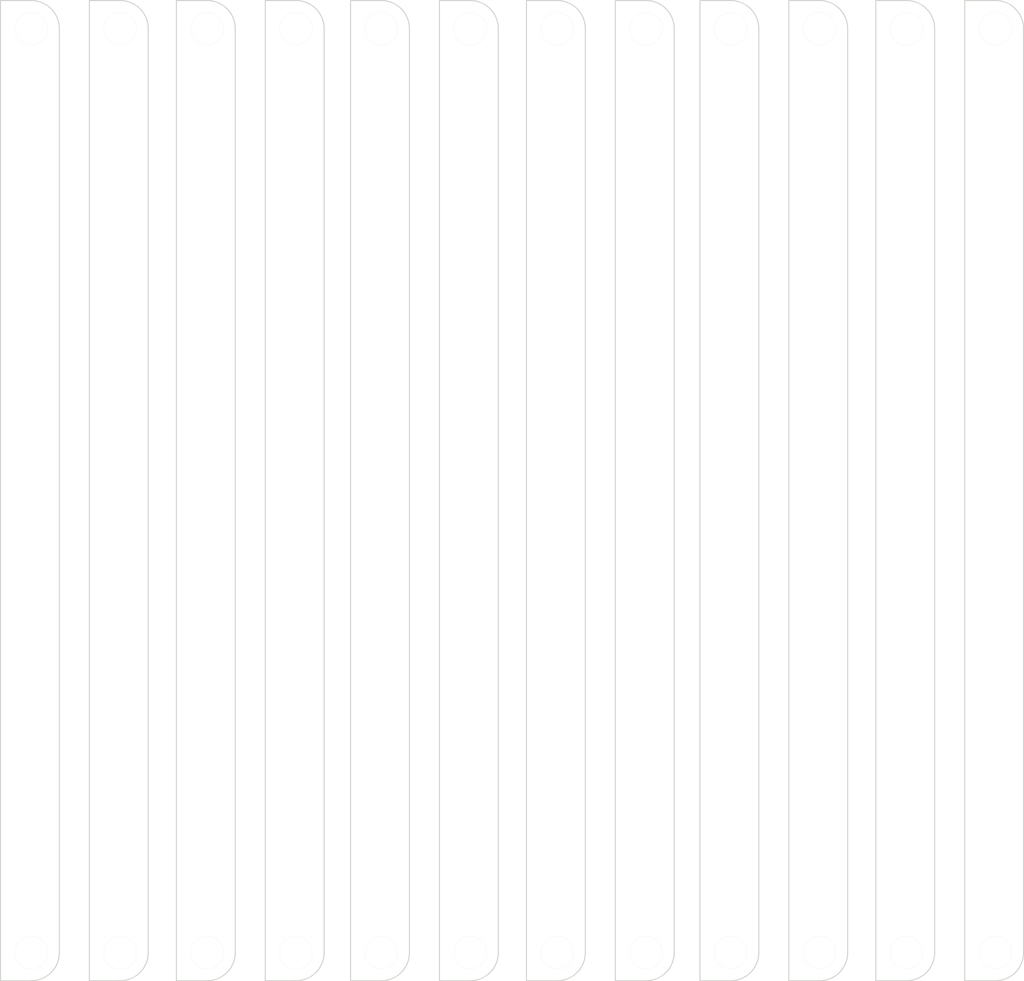
<source format=kicad_pcb>
(kicad_pcb (version 20221018) (generator pcbnew)
  (layers (0 "F.Cu" signal) (31 "B.Cu" signal) (34 "B.Paste" user) (35 "F.Paste" user) (36 "B.SilkS" user "B.Silkscreen") (37 "F.SilkS" user "F.Silkscreen") (38 "B.Mask" user) (39 "F.Mask" user) (44 "Edge.Cuts" user))
  (net 0 "")
  (footprint "kbd_Hole:m3_Screw_Hole_EdgeCuts" (layer "F.Cu") (at 317.825 21.55)
    (fp_text reference "J5" hide)
    (fp_text value "Conn_01x01" hide)
    (fp_circle (center 0 0) (end 1.6 0) (stroke (width 0.01)) (fill none) (layer "Edge.Cuts"))
  )
  (footprint "kbd_Hole:m3_Screw_Hole_EdgeCuts" (layer "F.Cu") (at 317.825 111.8)
    (fp_text reference "J7" hide)
    (fp_text value "Conn_01x01" hide)
    (fp_circle (center 0 0) (end 1.6 0) (stroke (width 0.01)) (fill none) (layer "Edge.Cuts"))
  )
  (footprint "kbd_Hole:m3_Screw_Hole_EdgeCuts" (layer "F.Cu") (at 300.64375 21.55)
    (fp_text reference "J5" hide)
    (fp_text value "Conn_01x01" hide)
    (fp_circle (center 0 0) (end 1.6 0) (stroke (width 0.01)) (fill none) (layer "Edge.Cuts"))
  )
  (footprint "kbd_Hole:m3_Screw_Hole_EdgeCuts" (layer "F.Cu") (at 232.325 21.55)
    (fp_text reference "J5" hide)
    (fp_text value "Conn_01x01" hide)
    (fp_circle (center 0 0) (end 1.6 0) (stroke (width 0.01)) (fill none) (layer "Edge.Cuts"))
  )
  (footprint "kbd_Hole:m3_Screw_Hole_EdgeCuts" (layer "F.Cu") (at 283.700794 111.8)
    (fp_text reference "J7" hide)
    (fp_text value "Conn_01x01" hide)
    (fp_circle (center 0 0) (end 1.6 0) (stroke (width 0.01)) (fill none) (layer "Edge.Cuts"))
  )
  (footprint "kbd_Hole:m3_Screw_Hole_EdgeCuts" (layer "F.Cu") (at 240.825 21.55)
    (fp_text reference "J5" hide)
    (fp_text value "Conn_01x01" hide)
    (fp_circle (center 0 0) (end 1.6 0) (stroke (width 0.01)) (fill none) (layer "Edge.Cuts"))
  )
  (footprint "kbd_Hole:m3_Screw_Hole_EdgeCuts" (layer "F.Cu") (at 240.825 111.8)
    (fp_text reference "J7" hide)
    (fp_text value "Conn_01x01" hide)
    (fp_circle (center 0 0) (end 1.6 0) (stroke (width 0.01)) (fill none) (layer "Edge.Cuts"))
  )
  (footprint "kbd_Hole:m3_Screw_Hole_EdgeCuts" (layer "F.Cu") (at 223.64375 111.8)
    (fp_text reference "J7" hide)
    (fp_text value "Conn_01x01" hide)
    (fp_circle (center 0 0) (end 1.6 0) (stroke (width 0.01)) (fill none) (layer "Edge.Cuts"))
  )
  (footprint "kbd_Hole:m3_Screw_Hole_EdgeCuts" (layer "F.Cu") (at 266.519544 21.55)
    (fp_text reference "J5" hide)
    (fp_text value "Conn_01x01" hide)
    (fp_circle (center 0 0) (end 1.6 0) (stroke (width 0.01)) (fill none) (layer "Edge.Cuts"))
  )
  (footprint "kbd_Hole:m3_Screw_Hole_EdgeCuts" (layer "F.Cu") (at 223.64375 21.55)
    (fp_text reference "J5" hide)
    (fp_text value "Conn_01x01" hide)
    (fp_circle (center 0 0) (end 1.6 0) (stroke (width 0.01)) (fill none) (layer "Edge.Cuts"))
  )
  (footprint "kbd_Hole:m3_Screw_Hole_EdgeCuts" (layer "F.Cu") (at 249.50625 21.55)
    (fp_text reference "J5" hide)
    (fp_text value "Conn_01x01" hide)
    (fp_circle (center 0 0) (end 1.6 0) (stroke (width 0.01)) (fill none) (layer "Edge.Cuts"))
  )
  (footprint "kbd_Hole:m3_Screw_Hole_EdgeCuts" (layer "F.Cu") (at 283.700794 21.55)
    (fp_text reference "J5" hide)
    (fp_text value "Conn_01x01" hide)
    (fp_circle (center 0 0) (end 1.6 0) (stroke (width 0.01)) (fill none) (layer "Edge.Cuts"))
  )
  (footprint "kbd_Hole:m3_Screw_Hole_EdgeCuts" (layer "F.Cu") (at 275.019544 21.55)
    (fp_text reference "J5" hide)
    (fp_text value "Conn_01x01" hide)
    (fp_circle (center 0 0) (end 1.6 0) (stroke (width 0.01)) (fill none) (layer "Edge.Cuts"))
  )
  (footprint "kbd_Hole:m3_Screw_Hole_EdgeCuts" (layer "F.Cu") (at 291.9625 21.55)
    (fp_text reference "J5" hide)
    (fp_text value "Conn_01x01" hide)
    (fp_circle (center 0 0) (end 1.6 0) (stroke (width 0.01)) (fill none) (layer "Edge.Cuts"))
  )
  (footprint "kbd_Hole:m3_Screw_Hole_EdgeCuts" (layer "F.Cu") (at 257.838294 21.55)
    (fp_text reference "J5" hide)
    (fp_text value "Conn_01x01" hide)
    (fp_circle (center 0 0) (end 1.6 0) (stroke (width 0.01)) (fill none) (layer "Edge.Cuts"))
  )
  (footprint "kbd_Hole:m3_Screw_Hole_EdgeCuts" (layer "F.Cu") (at 249.50625 111.8)
    (fp_text reference "J7" hide)
    (fp_text value "Conn_01x01" hide)
    (fp_circle (center 0 0) (end 1.6 0) (stroke (width 0.01)) (fill none) (layer "Edge.Cuts"))
  )
  (footprint "kbd_Hole:m3_Screw_Hole_EdgeCuts" (layer "F.Cu") (at 291.9625 111.8)
    (fp_text reference "J7" hide)
    (fp_text value "Conn_01x01" hide)
    (fp_circle (center 0 0) (end 1.6 0) (stroke (width 0.01)) (fill none) (layer "Edge.Cuts"))
  )
  (footprint "kbd_Hole:m3_Screw_Hole_EdgeCuts" (layer "F.Cu") (at 266.519544 111.8)
    (fp_text reference "J7" hide)
    (fp_text value "Conn_01x01" hide)
    (fp_circle (center 0 0) (end 1.6 0) (stroke (width 0.01)) (fill none) (layer "Edge.Cuts"))
  )
  (footprint "kbd_Hole:m3_Screw_Hole_EdgeCuts" (layer "F.Cu") (at 257.838294 111.8)
    (fp_text reference "J7" hide)
    (fp_text value "Conn_01x01" hide)
    (fp_circle (center 0 0) (end 1.6 0) (stroke (width 0.01)) (fill none) (layer "Edge.Cuts"))
  )
  (footprint "kbd_Hole:m3_Screw_Hole_EdgeCuts" (layer "F.Cu") (at 300.64375 111.8)
    (fp_text reference "J7" hide)
    (fp_text value "Conn_01x01" hide)
    (fp_circle (center 0 0) (end 1.6 0) (stroke (width 0.01)) (fill none) (layer "Edge.Cuts"))
  )
  (footprint "kbd_Hole:m3_Screw_Hole_EdgeCuts" (layer "F.Cu") (at 275.019544 111.8)
    (fp_text reference "J7" hide)
    (fp_text value "Conn_01x01" hide)
    (fp_circle (center 0 0) (end 1.6 0) (stroke (width 0.01)) (fill none) (layer "Edge.Cuts"))
  )
  (footprint "kbd_Hole:m3_Screw_Hole_EdgeCuts" (layer "F.Cu") (at 309.14375 111.8)
    (fp_text reference "J7" hide)
    (fp_text value "Conn_01x01" hide)
    (fp_circle (center 0 0) (end 1.6 0) (stroke (width 0.01)) (fill none) (layer "Edge.Cuts"))
  )
  (footprint "kbd_Hole:m3_Screw_Hole_EdgeCuts" (layer "F.Cu") (at 309.14375 21.55)
    (fp_text reference "J5" hide)
    (fp_text value "Conn_01x01" hide)
    (fp_circle (center 0 0) (end 1.6 0) (stroke (width 0.01)) (fill none) (layer "Edge.Cuts"))
  )
  (footprint "kbd_Hole:m3_Screw_Hole_EdgeCuts" (layer "F.Cu") (at 232.325 111.8)
    (fp_text reference "J7" hide)
    (fp_text value "Conn_01x01" hide)
    (fp_circle (center 0 0) (end 1.6 0) (stroke (width 0.01)) (fill none) (layer "Edge.Cuts"))
  )
  (gr_line (start 272.019544 114.55) (end 275.019544 114.55) (stroke (width 0.1)) (layer "Edge.Cuts"))
  (gr_arc (start 294.7125 111.8) (mid 293.907044 113.744544) (end 291.9625 114.55) (stroke (width 0.1)) (layer "Edge.Cuts"))
  (gr_line (start 257.838294 18.8) (end 254.838294 18.8) (stroke (width 0.1)) (layer "Edge.Cuts"))
  (gr_line (start 246.50625 18.8) (end 246.50625 114.55) (stroke (width 0.1)) (layer "Edge.Cuts"))
  (gr_arc (start 260.588294 111.8) (mid 259.782838 113.744544) (end 257.838294 114.55) (stroke (width 0.1)) (layer "Edge.Cuts"))
  (gr_arc (start 317.825 18.8) (mid 319.769544 19.605456) (end 320.575 21.55) (stroke (width 0.1)) (layer "Edge.Cuts"))
  (gr_line (start 240.825 18.8) (end 237.825 18.8) (stroke (width 0.1)) (layer "Edge.Cuts"))
  (gr_arc (start 226.39375 111.8) (mid 225.588294 113.744544) (end 223.64375 114.55) (stroke (width 0.1)) (layer "Edge.Cuts"))
  (gr_line (start 317.825 18.8) (end 314.825 18.8) (stroke (width 0.1)) (layer "Edge.Cuts"))
  (gr_line (start 297.64375 18.8) (end 297.64375 114.55) (stroke (width 0.1)) (layer "Edge.Cuts"))
  (gr_arc (start 223.64375 18.8) (mid 225.588294 19.605456) (end 226.39375 21.55) (stroke (width 0.1)) (layer "Edge.Cuts"))
  (gr_line (start 229.325 18.8) (end 229.325 114.55) (stroke (width 0.1)) (layer "Edge.Cuts"))
  (gr_line (start 237.825 114.55) (end 240.825 114.55) (stroke (width 0.1)) (layer "Edge.Cuts"))
  (gr_arc (start 300.64375 18.8) (mid 302.588294 19.605456) (end 303.39375 21.55) (stroke (width 0.1)) (layer "Edge.Cuts"))
  (gr_arc (start 309.14375 18.8) (mid 311.088294 19.605456) (end 311.89375 21.55) (stroke (width 0.1)) (layer "Edge.Cuts"))
  (gr_arc (start 252.25625 111.8) (mid 251.450794 113.744544) (end 249.50625 114.55) (stroke (width 0.1)) (layer "Edge.Cuts"))
  (gr_line (start 286.450794 21.55) (end 286.450794 111.8) (stroke (width 0.1)) (layer "Edge.Cuts"))
  (gr_line (start 320.575 21.55) (end 320.575 111.8) (stroke (width 0.1)) (layer "Edge.Cuts"))
  (gr_line (start 288.9625 114.55) (end 291.9625 114.55) (stroke (width 0.1)) (layer "Edge.Cuts"))
  (gr_arc (start 291.9625 18.8) (mid 293.907044 19.605456) (end 294.7125 21.55) (stroke (width 0.1)) (layer "Edge.Cuts"))
  (gr_line (start 220.64375 114.55) (end 223.64375 114.55) (stroke (width 0.1)) (layer "Edge.Cuts"))
  (gr_line (start 254.838294 18.8) (end 254.838294 114.55) (stroke (width 0.1)) (layer "Edge.Cuts"))
  (gr_line (start 223.64375 18.8) (end 220.64375 18.8) (stroke (width 0.1)) (layer "Edge.Cuts"))
  (gr_line (start 300.64375 18.8) (end 297.64375 18.8) (stroke (width 0.1)) (layer "Edge.Cuts"))
  (gr_line (start 235.075 21.55) (end 235.075 111.8) (stroke (width 0.1)) (layer "Edge.Cuts"))
  (gr_line (start 232.325 18.8) (end 229.325 18.8) (stroke (width 0.1)) (layer "Edge.Cuts"))
  (gr_arc (start 249.50625 18.8) (mid 251.450794 19.605456) (end 252.25625 21.55) (stroke (width 0.1)) (layer "Edge.Cuts"))
  (gr_arc (start 286.450794 111.8) (mid 285.645338 113.744544) (end 283.700794 114.55) (stroke (width 0.1)) (layer "Edge.Cuts"))
  (gr_line (start 291.9625 18.8) (end 288.9625 18.8) (stroke (width 0.1)) (layer "Edge.Cuts"))
  (gr_arc (start 303.39375 111.8) (mid 302.588294 113.744544) (end 300.64375 114.55) (stroke (width 0.1)) (layer "Edge.Cuts"))
  (gr_arc (start 243.575 111.8) (mid 242.769544 113.744544) (end 240.825 114.55) (stroke (width 0.1)) (layer "Edge.Cuts"))
  (gr_line (start 254.838294 114.55) (end 257.838294 114.55) (stroke (width 0.1)) (layer "Edge.Cuts"))
  (gr_line (start 306.14375 18.8) (end 306.14375 114.55) (stroke (width 0.1)) (layer "Edge.Cuts"))
  (gr_arc (start 266.519544 18.8) (mid 268.464088 19.605456) (end 269.269544 21.55) (stroke (width 0.1)) (layer "Edge.Cuts"))
  (gr_line (start 309.14375 18.8) (end 306.14375 18.8) (stroke (width 0.1)) (layer "Edge.Cuts"))
  (gr_line (start 220.64375 18.8) (end 220.64375 114.55) (stroke (width 0.1)) (layer "Edge.Cuts"))
  (gr_line (start 288.9625 18.8) (end 288.9625 114.55) (stroke (width 0.1)) (layer "Edge.Cuts"))
  (gr_line (start 246.50625 114.55) (end 249.50625 114.55) (stroke (width 0.1)) (layer "Edge.Cuts"))
  (gr_line (start 297.64375 114.55) (end 300.64375 114.55) (stroke (width 0.1)) (layer "Edge.Cuts"))
  (gr_arc (start 235.075 111.8) (mid 234.269544 113.744544) (end 232.325 114.55) (stroke (width 0.1)) (layer "Edge.Cuts"))
  (gr_arc (start 277.769544 111.8) (mid 276.964088 113.744544) (end 275.019544 114.55) (stroke (width 0.1)) (layer "Edge.Cuts"))
  (gr_line (start 314.825 18.8) (end 314.825 114.55) (stroke (width 0.1)) (layer "Edge.Cuts"))
  (gr_line (start 311.89375 21.55) (end 311.89375 111.8) (stroke (width 0.1)) (layer "Edge.Cuts"))
  (gr_arc (start 275.019544 18.8) (mid 276.964088 19.605456) (end 277.769544 21.55) (stroke (width 0.1)) (layer "Edge.Cuts"))
  (gr_line (start 263.519544 18.8) (end 263.519544 114.55) (stroke (width 0.1)) (layer "Edge.Cuts"))
  (gr_line (start 249.50625 18.8) (end 246.50625 18.8) (stroke (width 0.1)) (layer "Edge.Cuts"))
  (gr_arc (start 269.269544 111.8) (mid 268.464088 113.744544) (end 266.519544 114.55) (stroke (width 0.1)) (layer "Edge.Cuts"))
  (gr_line (start 237.825 18.8) (end 237.825 114.55) (stroke (width 0.1)) (layer "Edge.Cuts"))
  (gr_line (start 266.519544 18.8) (end 263.519544 18.8) (stroke (width 0.1)) (layer "Edge.Cuts"))
  (gr_arc (start 320.575 111.8) (mid 319.769544 113.744544) (end 317.825 114.55) (stroke (width 0.1)) (layer "Edge.Cuts"))
  (gr_line (start 280.700794 114.55) (end 283.700794 114.55) (stroke (width 0.1)) (layer "Edge.Cuts"))
  (gr_line (start 226.39375 21.55) (end 226.39375 111.8) (stroke (width 0.1)) (layer "Edge.Cuts"))
  (gr_arc (start 257.838294 18.8) (mid 259.782838 19.605456) (end 260.588294 21.55) (stroke (width 0.1)) (layer "Edge.Cuts"))
  (gr_line (start 306.14375 114.55) (end 309.14375 114.55) (stroke (width 0.1)) (layer "Edge.Cuts"))
  (gr_line (start 283.700794 18.8) (end 280.700794 18.8) (stroke (width 0.1)) (layer "Edge.Cuts"))
  (gr_line (start 277.769544 21.55) (end 277.769544 111.8) (stroke (width 0.1)) (layer "Edge.Cuts"))
  (gr_line (start 243.575 21.55) (end 243.575 111.8) (stroke (width 0.1)) (layer "Edge.Cuts"))
  (gr_line (start 263.519544 114.55) (end 266.519544 114.55) (stroke (width 0.1)) (layer "Edge.Cuts"))
  (gr_line (start 252.25625 21.55) (end 252.25625 111.8) (stroke (width 0.1)) (layer "Edge.Cuts"))
  (gr_line (start 269.269544 21.55) (end 269.269544 111.8) (stroke (width 0.1)) (layer "Edge.Cuts"))
  (gr_line (start 275.019544 18.8) (end 272.019544 18.8) (stroke (width 0.1)) (layer "Edge.Cuts"))
  (gr_line (start 314.825 114.55) (end 317.825 114.55) (stroke (width 0.1)) (layer "Edge.Cuts"))
  (gr_line (start 280.700794 18.8) (end 280.700794 114.55) (stroke (width 0.1)) (layer "Edge.Cuts"))
  (gr_line (start 303.39375 21.55) (end 303.39375 111.8) (stroke (width 0.1)) (layer "Edge.Cuts"))
  (gr_arc (start 283.700794 18.8) (mid 285.645338 19.605456) (end 286.450794 21.55) (stroke (width 0.1)) (layer "Edge.Cuts"))
  (gr_line (start 229.325 114.55) (end 232.325 114.55) (stroke (width 0.1)) (layer "Edge.Cuts"))
  (gr_arc (start 311.89375 111.8) (mid 311.088294 113.744544) (end 309.14375 114.55) (stroke (width 0.1)) (layer "Edge.Cuts"))
  (gr_line (start 260.588294 21.55) (end 260.588294 111.8) (stroke (width 0.1)) (layer "Edge.Cuts"))
  (gr_arc (start 232.325 18.8) (mid 234.269544 19.605456) (end 235.075 21.55) (stroke (width 0.1)) (layer "Edge.Cuts"))
  (gr_line (start 272.019544 18.8) (end 272.019544 114.55) (stroke (width 0.1)) (layer "Edge.Cuts"))
  (gr_arc (start 240.825 18.8) (mid 242.769544 19.605456) (end 243.575 21.55) (stroke (width 0.1)) (layer "Edge.Cuts"))
  (gr_line (start 294.7125 21.55) (end 294.7125 111.8) (stroke (width 0.1)) (layer "Edge.Cuts"))
)
</source>
